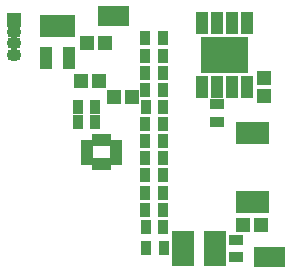
<source format=gts>
G04 #@! TF.FileFunction,Soldermask,Top*
%FSLAX46Y46*%
G04 Gerber Fmt 4.6, Leading zero omitted, Abs format (unit mm)*
G04 Created by KiCad (PCBNEW 4.0.6) date 04/13/18 15:31:21*
%MOMM*%
%LPD*%
G01*
G04 APERTURE LIST*
%ADD10C,0.100000*%
%ADD11R,1.150000X1.200000*%
%ADD12R,1.200000X1.150000*%
%ADD13R,1.370000X1.670000*%
%ADD14R,1.250000X1.250000*%
%ADD15O,1.250000X1.100000*%
%ADD16R,1.300000X0.900000*%
%ADD17R,0.900000X1.300000*%
%ADD18R,0.650000X1.075000*%
%ADD19R,1.075000X0.650000*%
%ADD20R,1.960000X1.050000*%
%ADD21R,0.850000X1.850000*%
%ADD22R,1.050000X1.960000*%
%ADD23R,1.050000X1.900000*%
%ADD24R,2.200000X1.750000*%
G04 APERTURE END LIST*
D10*
D11*
X172300000Y-88950000D03*
X172300000Y-87450000D03*
D12*
X161125000Y-89050000D03*
X159625000Y-89050000D03*
X172050000Y-99900000D03*
X170550000Y-99900000D03*
X158850000Y-84450000D03*
X157350000Y-84450000D03*
X156850000Y-87700000D03*
X158350000Y-87700000D03*
D13*
X158960000Y-82200000D03*
X160240000Y-82200000D03*
X172160000Y-102550000D03*
X173440000Y-102550000D03*
D14*
X151200000Y-82500000D03*
D15*
X151200000Y-83500000D03*
X151200000Y-84500000D03*
X151200000Y-85500000D03*
D16*
X168350000Y-89650000D03*
X168350000Y-91150000D03*
D17*
X163850000Y-101850000D03*
X162350000Y-101850000D03*
D16*
X169950000Y-101100000D03*
X169950000Y-102600000D03*
D17*
X162300000Y-84075000D03*
X163800000Y-84075000D03*
X162300000Y-85550000D03*
X163800000Y-85550000D03*
X162300000Y-87000000D03*
X163800000Y-87000000D03*
X162300000Y-88450000D03*
X163800000Y-88450000D03*
X162325000Y-89875000D03*
X163825000Y-89875000D03*
X162300000Y-91325000D03*
X163800000Y-91325000D03*
X162300000Y-92775000D03*
X163800000Y-92775000D03*
X162300000Y-94225000D03*
X163800000Y-94225000D03*
X162300000Y-95675000D03*
X163800000Y-95675000D03*
X162300000Y-97125000D03*
X163800000Y-97125000D03*
X162300000Y-98575000D03*
X163800000Y-98575000D03*
X162325000Y-100025000D03*
X163825000Y-100025000D03*
X158050000Y-89875000D03*
X156550000Y-89875000D03*
X158050000Y-91175000D03*
X156550000Y-91175000D03*
D18*
X158575000Y-94737500D03*
X159075000Y-94737500D03*
X158075000Y-94737500D03*
X159075000Y-92712500D03*
X158575000Y-92712500D03*
X158075000Y-92712500D03*
D19*
X159837500Y-94475000D03*
X159837500Y-93975000D03*
X159837500Y-93475000D03*
X159837500Y-92975000D03*
X157312500Y-92975000D03*
X157312500Y-93475000D03*
X157312500Y-93975000D03*
X157312500Y-94475000D03*
D20*
X165450000Y-100900000D03*
X165450000Y-101850000D03*
X165450000Y-102800000D03*
X168150000Y-102800000D03*
X168150000Y-100900000D03*
X168150000Y-101850000D03*
D21*
X170425000Y-97950000D03*
X171075000Y-97950000D03*
X171725000Y-97950000D03*
X172375000Y-97950000D03*
X172375000Y-92050000D03*
X171725000Y-92050000D03*
X171075000Y-92050000D03*
X170425000Y-92050000D03*
D22*
X155800000Y-83025000D03*
X154850000Y-83025000D03*
X153900000Y-83025000D03*
X153900000Y-85725000D03*
X155800000Y-85725000D03*
D23*
X167095000Y-88150000D03*
X168365000Y-88150000D03*
X169635000Y-88150000D03*
X170905000Y-88150000D03*
X170905000Y-82750000D03*
X169635000Y-82750000D03*
X168365000Y-82750000D03*
X167095000Y-82750000D03*
D24*
X169900000Y-84775000D03*
X168100000Y-84775000D03*
X169900000Y-86125000D03*
X168100000Y-86125000D03*
M02*

</source>
